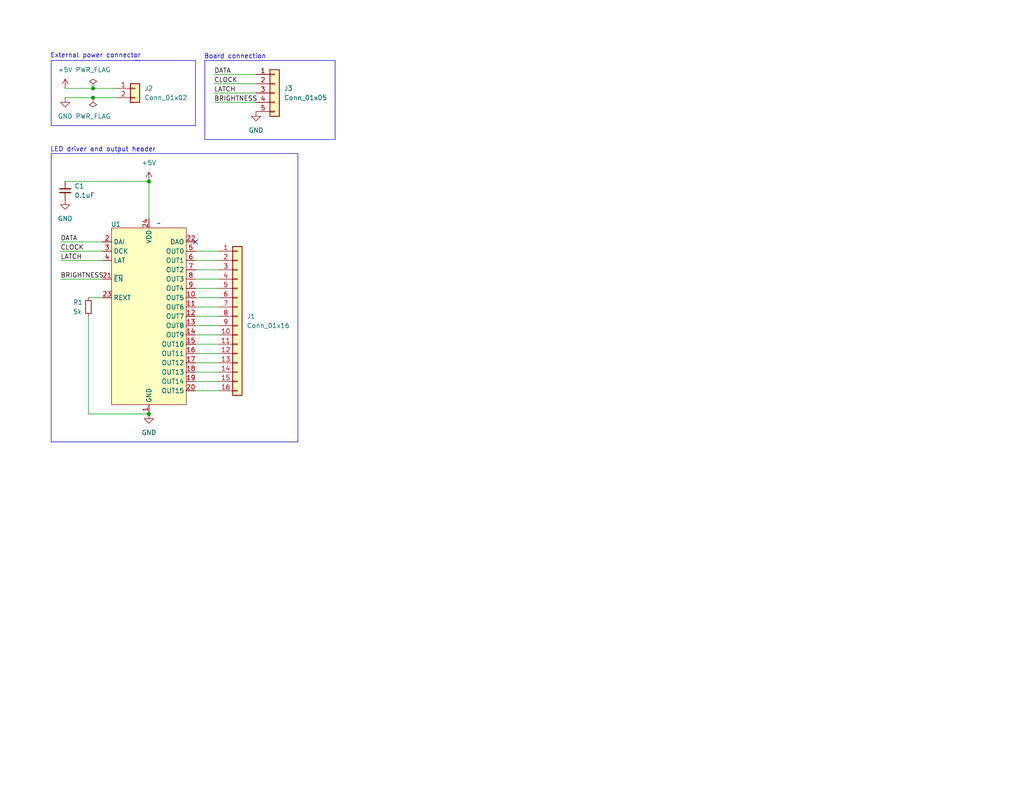
<source format=kicad_sch>
(kicad_sch (version 20250114) (generator "eeschema") (generator_version "9.0")
  (paper "USLetter")
  (title_block (title "DM13A breakout board") (date "${DATE}") (rev "${VERSION}") (company "Neil Enns") (comment 1 "License: MIT"))
  (lib_symbols
    (symbol "Connector_Generic:Conn_01x02" (pin_names (offset 1.016) (hide yes))
      (property "Reference" "J" (at 0 2.54 0))
      (property "Value" "Conn_01x02" (at 0 -5.08 0))
      (symbol "Conn_01x02_1_1"
        (rectangle (start -1.27 1.27) (end 1.27 -3.81) (stroke (width 0.254)) (fill (type background)))
        (rectangle (start -1.27 0.127) (end 0 -0.127) (stroke (width 0.1524)))
        (rectangle (start -1.27 -2.413) (end 0 -2.667) (stroke (width 0.1524)))
        (pin passive line (at -5.08 0 0) (length 3.81) (name "Pin_1") (number "1"))
        (pin passive line (at -5.08 -2.54 0) (length 3.81) (name "Pin_2") (number "2"))
      )
    )
    (symbol "Connector_Generic:Conn_01x05" (pin_names (offset 1.016) (hide yes))
      (property "Reference" "J" (at 0 7.62 0))
      (property "Value" "Conn_01x05" (at 0 -7.62 0))
      (symbol "Conn_01x05_1_1"
        (rectangle (start -1.27 6.35) (end 1.27 -6.35) (stroke (width 0.254)) (fill (type background)))
        (rectangle (start -1.27 5.207) (end 0 4.953) (stroke (width 0.1524)))
        (rectangle (start -1.27 2.667) (end 0 2.413) (stroke (width 0.1524)))
        (rectangle (start -1.27 0.127) (end 0 -0.127) (stroke (width 0.1524)))
        (rectangle (start -1.27 -2.413) (end 0 -2.667) (stroke (width 0.1524)))
        (rectangle (start -1.27 -4.953) (end 0 -5.207) (stroke (width 0.1524)))
        (pin passive line (at -5.08 5.08 0) (length 3.81) (name "Pin_1") (number "1"))
        (pin passive line (at -5.08 2.54 0) (length 3.81) (name "Pin_2") (number "2"))
        (pin passive line (at -5.08 0 0) (length 3.81) (name "Pin_3") (number "3"))
        (pin passive line (at -5.08 -2.54 0) (length 3.81) (name "Pin_4") (number "4"))
        (pin passive line (at -5.08 -5.08 0) (length 3.81) (name "Pin_5") (number "5"))
      )
    )
    (symbol "Connector_Generic:Conn_01x16" (pin_names (offset 1.016) (hide yes))
      (property "Reference" "J" (at 0 20.32 0))
      (property "Value" "Conn_01x16" (at 0 -22.86 0))
      (symbol "Conn_01x16_1_1"
        (rectangle (start -1.27 19.05) (end 1.27 -21.59) (stroke (width 0.254)) (fill (type background)))
        (rectangle (start -1.27 17.907) (end 0 17.653) (stroke (width 0.1524)))
        (rectangle (start -1.27 15.367) (end 0 15.113) (stroke (width 0.1524)))
        (rectangle (start -1.27 12.827) (end 0 12.573) (stroke (width 0.1524)))
        (rectangle (start -1.27 10.287) (end 0 10.033) (stroke (width 0.1524)))
        (rectangle (start -1.27 7.747) (end 0 7.493) (stroke (width 0.1524)))
        (rectangle (start -1.27 5.207) (end 0 4.953) (stroke (width 0.1524)))
        (rectangle (start -1.27 2.667) (end 0 2.413) (stroke (width 0.1524)))
        (rectangle (start -1.27 0.127) (end 0 -0.127) (stroke (width 0.1524)))
        (rectangle (start -1.27 -2.413) (end 0 -2.667) (stroke (width 0.1524)))
        (rectangle (start -1.27 -4.953) (end 0 -5.207) (stroke (width 0.1524)))
        (rectangle (start -1.27 -7.493) (end 0 -7.747) (stroke (width 0.1524)))
        (rectangle (start -1.27 -10.033) (end 0 -10.287) (stroke (width 0.1524)))
        (rectangle (start -1.27 -12.573) (end 0 -12.827) (stroke (width 0.1524)))
        (rectangle (start -1.27 -15.113) (end 0 -15.367) (stroke (width 0.1524)))
        (rectangle (start -1.27 -17.653) (end 0 -17.907) (stroke (width 0.1524)))
        (rectangle (start -1.27 -20.193) (end 0 -20.447) (stroke (width 0.1524)))
        (pin passive line (at -5.08 17.78 0) (length 3.81) (name "Pin_1") (number "1"))
        (pin passive line (at -5.08 15.24 0) (length 3.81) (name "Pin_2") (number "2"))
        (pin passive line (at -5.08 12.7 0) (length 3.81) (name "Pin_3") (number "3"))
        (pin passive line (at -5.08 10.16 0) (length 3.81) (name "Pin_4") (number "4"))
        (pin passive line (at -5.08 7.62 0) (length 3.81) (name "Pin_5") (number "5"))
        (pin passive line (at -5.08 5.08 0) (length 3.81) (name "Pin_6") (number "6"))
        (pin passive line (at -5.08 2.54 0) (length 3.81) (name "Pin_7") (number "7"))
        (pin passive line (at -5.08 0 0) (length 3.81) (name "Pin_8") (number "8"))
        (pin passive line (at -5.08 -2.54 0) (length 3.81) (name "Pin_9") (number "9"))
        (pin passive line (at -5.08 -5.08 0) (length 3.81) (name "Pin_10") (number "10"))
        (pin passive line (at -5.08 -7.62 0) (length 3.81) (name "Pin_11") (number "11"))
        (pin passive line (at -5.08 -10.16 0) (length 3.81) (name "Pin_12") (number "12"))
        (pin passive line (at -5.08 -12.7 0) (length 3.81) (name "Pin_13") (number "13"))
        (pin passive line (at -5.08 -15.24 0) (length 3.81) (name "Pin_14") (number "14"))
        (pin passive line (at -5.08 -17.78 0) (length 3.81) (name "Pin_15") (number "15"))
        (pin passive line (at -5.08 -20.32 0) (length 3.81) (name "Pin_16") (number "16"))
      )
    )
    (symbol "Custom symbols:DM13A 16-bit constant current LED driver"
      (property "Reference" "U" (at 10.16 -6.35 0))
      (symbol "DM13A 16-bit constant current LED driver_0_0"
        (pin input line (at -12.7 20.32 0) (length 2.54) (name "DAI") (number "2"))
        (pin input line (at -12.7 17.78 0) (length 2.54) (name "DCK") (number "3"))
        (pin input line (at -12.7 15.24 0) (length 2.54) (name "LAT") (number "4"))
        (pin input line (at -12.7 5.08 0) (length 2.54) (name "REXT") (number "23"))
        (pin power_in line (at 0 26.67 270) (length 2.54) (name "VDD") (number "24"))
        (pin output line (at 12.7 20.32 180) (length 2.54) (name "DAO") (number "22"))
        (pin output line (at 12.7 17.78 180) (length 2.54) (name "OUT0") (number "5"))
        (pin output line (at 12.7 15.24 180) (length 2.54) (name "OUT1") (number "6"))
        (pin output line (at 12.7 12.7 180) (length 2.54) (name "OUT2") (number "7"))
        (pin output line (at 12.7 10.16 180) (length 2.54) (name "OUT3") (number "8"))
        (pin output line (at 12.7 7.62 180) (length 2.54) (name "OUT4") (number "9"))
        (pin output line (at 12.7 5.08 180) (length 2.54) (name "OUT5") (number "10"))
        (pin output line (at 12.7 2.54 180) (length 2.54) (name "OUT6") (number "11"))
        (pin output line (at 12.7 0 180) (length 2.54) (name "OUT7") (number "12"))
        (pin output line (at 12.7 -2.54 180) (length 2.54) (name "OUT8") (number "13"))
        (pin output line (at 12.7 -5.08 180) (length 2.54) (name "OUT9") (number "14"))
        (pin output line (at 12.7 -7.62 180) (length 2.54) (name "OUT10") (number "15"))
        (pin output line (at 12.7 -10.16 180) (length 2.54) (name "OUT11") (number "16"))
        (pin output line (at 12.7 -12.7 180) (length 2.54) (name "OUT12") (number "17"))
        (pin output line (at 12.7 -15.24 180) (length 2.54) (name "OUT13") (number "18"))
        (pin output line (at 12.7 -17.78 180) (length 2.54) (name "OUT14") (number "19"))
        (pin output line (at 12.7 -20.32 180) (length 2.54) (name "OUT15") (number "20"))
      )
      (symbol "DM13A 16-bit constant current LED driver_1_0"
        (pin input line (at -12.7 10.16 0) (length 2.54) (name "~{EN}") (number "21"))
        (pin power_in line (at 0 -26.67 90) (length 2.54) (name "GND") (number "1"))
      )
      (symbol "DM13A 16-bit constant current LED driver_1_1"
        (rectangle (start -10.16 24.13) (end 10.16 -24.13) (stroke (width 0.1524)) (fill (type background)))
      )
    )
    (symbol "Device:C_Small" (pin_numbers (hide yes)) (pin_names (offset 0.254) (hide yes))
      (property "Reference" "C" (at 0.254 1.778 0))
      (property "Value" "C_Small" (at 0.254 -2.032 0))
      (symbol "C_Small_0_1"
        (polyline (pts (xy -1.524 0.508) (xy 1.524 0.508)) (stroke (width 0.3048)))
        (polyline (pts (xy -1.524 -0.508) (xy 1.524 -0.508)) (stroke (width 0.3302)))
      )
      (symbol "C_Small_1_1"
        (pin passive line (at 0 2.54 270) (length 2.032) (name "~") (number "1"))
        (pin passive line (at 0 -2.54 90) (length 2.032) (name "~") (number "2"))
      )
    )
    (symbol "Device:R_Small" (pin_numbers (hide yes)) (pin_names (offset 0.254) (hide yes))
      (property "Reference" "R" (at 0.762 0.508 0))
      (property "Value" "R_Small" (at 0.762 -1.016 0))
      (symbol "R_Small_0_1"
        (rectangle (start -0.762 1.778) (end 0.762 -1.778) (stroke (width 0.2032)))
      )
      (symbol "R_Small_1_1"
        (pin passive line (at 0 2.54 270) (length 0.762) (name "~") (number "1"))
        (pin passive line (at 0 -2.54 90) (length 0.762) (name "~") (number "2"))
      )
    )
    (symbol "power:+5V" (power) (pin_numbers (hide yes)) (pin_names (offset 0) (hide yes))
      (property "Value" "+5V" (at 0 3.556 0))
      (symbol "+5V_0_1"
        (polyline (pts (xy -0.762 1.27) (xy 0 2.54)))
        (polyline (pts (xy 0 2.54) (xy 0.762 1.27)))
        (polyline (pts (xy 0 0) (xy 0 2.54)))
      )
      (symbol "+5V_1_1"
        (pin power_in line (at 0 0 90) (length 0) (name "~") (number "1"))
      )
    )
    (symbol "power:GND" (power) (pin_numbers (hide yes)) (pin_names (offset 0) (hide yes))
      (property "Value" "GND" (at 0 -3.81 0))
      (symbol "GND_0_1"
        (polyline (pts (xy 0 0) (xy 0 -1.27) (xy 1.27 -1.27) (xy 0 -2.54) (xy -1.27 -1.27) (xy 0 -1.27)))
      )
      (symbol "GND_1_1"
        (pin power_in line (at 0 0 270) (length 0) (name "~") (number "1"))
      )
    )
    (symbol "power:PWR_FLAG" (power) (pin_numbers (hide yes)) (pin_names (offset 0) (hide yes))
      (property "Value" "PWR_FLAG" (at 0 3.81 0))
      (symbol "PWR_FLAG_0_0"
        (pin power_out line (at 0 0 90) (length 0) (name "~") (number "1"))
      )
      (symbol "PWR_FLAG_0_1"
        (polyline (pts (xy 0 0) (xy 0 1.27) (xy -1.016 1.905) (xy 0 2.54) (xy 1.016 1.905) (xy 0 1.27)))
      )
    )
  )
  (text "LED driver and output header" (at 13.716 40.894 0) (effects (font (size 1.27 1.27)) (justify left)))
  (text "Board connection" (at 55.626 15.494 0) (effects (font (size 1.27 1.27)) (justify left)))
  (text "External power connector" (at 13.716 15.24 0) (effects (font (size 1.27 1.27)) (justify left)))
  (junction (at 40.64 113.03))
  (junction (at 25.4 26.67))
  (junction (at 40.64 49.53))
  (junction (at 25.4 24.13))
  (no_connect (at 53.34 66.04))
  (wire (pts (xy 58.42 25.4) (xy 69.85 25.4)))
  (wire (pts (xy 53.34 73.66) (xy 59.69 73.66)))
  (wire (pts (xy 25.4 24.13) (xy 31.75 24.13)))
  (polyline (pts (xy 53.34 16.51) (xy 36.83 16.51)))
  (wire (pts (xy 53.34 71.12) (xy 59.69 71.12)))
  (wire (pts (xy 53.34 76.2) (xy 59.69 76.2)))
  (polyline (pts (xy 55.88 38.1) (xy 91.44 38.1)))
  (wire (pts (xy 53.34 83.82) (xy 59.69 83.82)))
  (wire (pts (xy 53.34 101.6) (xy 59.69 101.6)))
  (wire (pts (xy 24.13 113.03) (xy 40.64 113.03)))
  (wire (pts (xy 53.34 93.98) (xy 59.69 93.98)))
  (polyline (pts (xy 13.97 34.29) (xy 53.34 34.29)))
  (wire (pts (xy 53.34 78.74) (xy 59.69 78.74)))
  (wire (pts (xy 53.34 68.58) (xy 59.69 68.58)))
  (wire (pts (xy 24.13 86.36) (xy 24.13 113.03)))
  (wire (pts (xy 17.78 49.53) (xy 40.64 49.53)))
  (wire (pts (xy 16.51 68.58) (xy 27.94 68.58)))
  (wire (pts (xy 53.34 81.28) (xy 59.69 81.28)))
  (wire (pts (xy 53.34 104.14) (xy 59.69 104.14)))
  (polyline (pts (xy 40.64 41.91) (xy 13.97 41.91)))
  (wire (pts (xy 17.78 24.13) (xy 25.4 24.13)))
  (polyline (pts (xy 81.28 120.65) (xy 81.28 41.91)))
  (wire (pts (xy 58.42 22.86) (xy 69.85 22.86)))
  (wire (pts (xy 53.34 88.9) (xy 59.69 88.9)))
  (polyline (pts (xy 13.97 31.75) (xy 13.97 34.29)))
  (polyline (pts (xy 40.64 41.91) (xy 81.28 41.91)))
  (wire (pts (xy 58.42 20.32) (xy 69.85 20.32)))
  (wire (pts (xy 24.13 81.28) (xy 27.94 81.28)))
  (polyline (pts (xy 13.97 16.51) (xy 13.97 31.75)))
  (polyline (pts (xy 91.44 38.1) (xy 91.44 16.51)))
  (polyline (pts (xy 91.44 16.51) (xy 88.9 16.51)))
  (polyline (pts (xy 13.97 41.91) (xy 13.97 120.65)))
  (wire (pts (xy 16.51 76.2) (xy 27.94 76.2)))
  (wire (pts (xy 53.34 106.68) (xy 59.69 106.68)))
  (wire (pts (xy 53.34 99.06) (xy 59.69 99.06)))
  (wire (pts (xy 40.64 49.53) (xy 40.64 59.69)))
  (wire (pts (xy 16.51 66.04) (xy 27.94 66.04)))
  (polyline (pts (xy 13.97 120.65) (xy 81.28 120.65)))
  (wire (pts (xy 58.42 27.94) (xy 69.85 27.94)))
  (wire (pts (xy 17.78 26.67) (xy 25.4 26.67)))
  (polyline (pts (xy 13.97 16.51) (xy 38.1 16.51)))
  (wire (pts (xy 53.34 86.36) (xy 59.69 86.36)))
  (polyline (pts (xy 53.34 34.29) (xy 53.34 16.51)))
  (wire (pts (xy 16.51 71.12) (xy 27.94 71.12)))
  (polyline (pts (xy 55.88 16.51) (xy 55.88 35.56)))
  (polyline (pts (xy 55.88 16.51) (xy 88.9 16.51)))
  (polyline (pts (xy 55.88 35.56) (xy 55.88 38.1)))
  (wire (pts (xy 53.34 91.44) (xy 59.69 91.44)))
  (wire (pts (xy 25.4 26.67) (xy 31.75 26.67)))
  (wire (pts (xy 53.34 96.52) (xy 59.69 96.52)))
  (label "BRIGHTNESS" (at 16.51 76.2 0))
  (label "LATCH" (at 16.51 71.12 0))
  (label "LATCH" (at 58.42 25.4 0))
  (label "DATA" (at 16.51 66.04 0))
  (label "CLOCK" (at 58.42 22.86 0))
  (label "DATA" (at 58.42 20.32 0))
  (label "CLOCK" (at 16.51 68.58 0))
  (label "BRIGHTNESS" (at 58.42 27.94 0))
  (symbol (lib_id "power:+5V") (at 40.64 49.53 0) (unit 1)
    (property "Reference" "#PWR03" (effects (hide yes)))
    (property "Value" "+5V" (at 40.64 44.45 0))
    (property "Description" "Power symbol creates a global label with name \"+5V\"" (effects (hide yes)))
  )
  (symbol (lib_id "power:PWR_FLAG") (at 25.4 26.67 180) (unit 1)
    (property "Reference" "#FLG02" (effects (hide yes)))
    (property "Value" "PWR_FLAG" (at 25.4 31.75 0))
    (property "Description" "Special symbol for telling ERC where power comes from" (effects (hide yes)))
  )
  (symbol (lib_id "power:GND") (at 17.78 26.67 0) (unit 1)
    (property "Reference" "#PWR05" (effects (hide yes)))
    (property "Value" "GND" (at 17.78 31.75 0))
    (property "Description" "Power symbol creates a global label with name \"GND\" , ground" (effects (hide yes)))
  )
  (symbol (lib_id "power:+5V") (at 17.78 24.13 0) (unit 1)
    (property "Reference" "#PWR04" (effects (hide yes)))
    (property "Value" "+5V" (at 17.78 19.05 0))
    (property "Description" "Power symbol creates a global label with name \"+5V\"" (effects (hide yes)))
  )
  (symbol (lib_id "Device:R_Small") (at 24.13 83.82 180) (unit 1)
    (property "Reference" "R1" (at 22.606 82.55 0) (effects (justify left)))
    (property "Value" "5k" (at 22.352 85.09 0) (effects (justify left)))
    (property "Footprint" "Resistor_THT:R_Axial_DIN0411_L9.9mm_D3.6mm_P12.70mm_Horizontal" (effects (hide yes)))
    (property "Description" "Resistor, small symbol" (effects (hide yes)))
  )
  (symbol (lib_id "Device:C_Small") (at 17.78 52.07 0) (unit 1)
    (property "Reference" "C1" (at 20.32 50.8062 0) (effects (justify left)))
    (property "Value" "0.1uF" (at 20.32 53.3462 0) (effects (justify left)))
    (property "Footprint" "Capacitor_SMD:C_0603_1608Metric" (effects (hide yes)))
    (property "Description" "Unpolarized capacitor, small symbol" (effects (hide yes)))
    (property "JLCPCB part number" "C14663" (effects (hide yes)))
    (property "JLCPCB package" "0603" (effects (hide yes)))
  )
  (symbol (lib_id "Connector_Generic:Conn_01x05") (at 74.93 25.4 0) (unit 1)
    (property "Reference" "J3" (at 77.47 24.1299 0) (effects (justify left)))
    (property "Value" "Conn_01x05" (at 77.47 26.6699 0) (effects (justify left)))
    (property "Description" "Generic connector, single row, 01x05, script generated (kicad-library-utils/schlib/autogen/connector/)" (effects (hide yes)))
  )
  (symbol (lib_id "power:GND") (at 40.64 113.03 0) (unit 1)
    (property "Reference" "#PWR02" (effects (hide yes)))
    (property "Value" "GND" (at 40.64 118.11 0))
    (property "Description" "Power symbol creates a global label with name \"GND\" , ground" (effects (hide yes)))
  )
  (symbol (lib_id "Connector_Generic:Conn_01x02") (at 36.83 24.13 0) (unit 1)
    (property "Reference" "J2" (at 39.37 24.1299 0) (effects (justify left)))
    (property "Value" "Conn_01x02" (at 39.37 26.6699 0) (effects (justify left)))
    (property "Description" "Generic connector, single row, 01x02, script generated (kicad-library-utils/schlib/autogen/connector/)" (effects (hide yes)))
  )
  (symbol (lib_id "Connector_Generic:Conn_01x16") (at 64.77 86.36 0) (unit 1)
    (property "Reference" "J1" (at 67.31 86.3599 0) (effects (justify left)))
    (property "Value" "Conn_01x16" (at 67.31 88.8999 0) (effects (justify left)))
    (property "Description" "Generic connector, single row, 01x16, script generated (kicad-library-utils/schlib/autogen/connector/)" (effects (hide yes)))
  )
  (symbol (lib_id "power:GND") (at 69.85 30.48 0) (unit 1)
    (property "Reference" "#PWR06" (effects (hide yes)))
    (property "Value" "GND" (at 69.85 35.56 0))
    (property "Description" "Power symbol creates a global label with name \"GND\" , ground" (effects (hide yes)))
  )
  (symbol (lib_id "power:PWR_FLAG") (at 25.4 24.13 0) (unit 1)
    (property "Reference" "#FLG01" (effects (hide yes)))
    (property "Value" "PWR_FLAG" (at 25.4 19.05 0))
    (property "Description" "Special symbol for telling ERC where power comes from" (effects (hide yes)))
  )
  (symbol (lib_id "power:GND") (at 17.78 54.61 0) (unit 1)
    (property "Reference" "#PWR01" (effects (hide yes)))
    (property "Value" "GND" (at 17.78 59.69 0))
    (property "Description" "Power symbol creates a global label with name \"GND\" , ground" (effects (hide yes)))
  )
  (symbol (lib_id "Custom symbols:DM13A 16-bit constant current LED driver") (at 40.64 86.36 0) (unit 1)
    (property "Reference" "U1" (at 30.226 61.214 0) (effects (justify left)))
    (property "Value" "~" (at 42.7833 60.96 0) (effects (justify left)))
    (property "Footprint" "Package_DIP:DIP-24_W7.62mm" (effects (hide yes)))
    (property "Datasheet" "kicad-embed://DM13A.PDF" (effects (hide yes)))
    (property "Description" "DM13A" (effects (hide yes)))
  )
)
</source>
